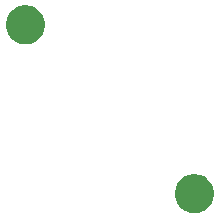
<source format=gbr>
G04 #@! TF.GenerationSoftware,KiCad,Pcbnew,(5.0.2)-1*
G04 #@! TF.CreationDate,2019-07-09T12:36:21+05:30*
G04 #@! TF.ProjectId,H-B-LED,482d422d-4c45-4442-9e6b-696361645f70,rev?*
G04 #@! TF.SameCoordinates,Original*
G04 #@! TF.FileFunction,Soldermask,Bot*
G04 #@! TF.FilePolarity,Negative*
%FSLAX46Y46*%
G04 Gerber Fmt 4.6, Leading zero omitted, Abs format (unit mm)*
G04 Created by KiCad (PCBNEW (5.0.2)-1) date 07/09/19 12:36:21*
%MOMM*%
%LPD*%
G01*
G04 APERTURE LIST*
%ADD10C,0.100000*%
G04 APERTURE END LIST*
D10*
G36*
X30525256Y-29541298D02*
X30631579Y-29562447D01*
X30932042Y-29686903D01*
X31198852Y-29865180D01*
X31202454Y-29867587D01*
X31432413Y-30097546D01*
X31613098Y-30367960D01*
X31737553Y-30668422D01*
X31801000Y-30987389D01*
X31801000Y-31312611D01*
X31737553Y-31631578D01*
X31613098Y-31932040D01*
X31432413Y-32202454D01*
X31202454Y-32432413D01*
X31202451Y-32432415D01*
X30932042Y-32613097D01*
X30631579Y-32737553D01*
X30525256Y-32758702D01*
X30312611Y-32801000D01*
X29987389Y-32801000D01*
X29774744Y-32758702D01*
X29668421Y-32737553D01*
X29367958Y-32613097D01*
X29097549Y-32432415D01*
X29097546Y-32432413D01*
X28867587Y-32202454D01*
X28686902Y-31932040D01*
X28562447Y-31631578D01*
X28499000Y-31312611D01*
X28499000Y-30987389D01*
X28562447Y-30668422D01*
X28686902Y-30367960D01*
X28867587Y-30097546D01*
X29097546Y-29867587D01*
X29101148Y-29865180D01*
X29367958Y-29686903D01*
X29668421Y-29562447D01*
X29774744Y-29541298D01*
X29987389Y-29499000D01*
X30312611Y-29499000D01*
X30525256Y-29541298D01*
X30525256Y-29541298D01*
G37*
G36*
X16215256Y-15241298D02*
X16321579Y-15262447D01*
X16622042Y-15386903D01*
X16888852Y-15565180D01*
X16892454Y-15567587D01*
X17122413Y-15797546D01*
X17303098Y-16067960D01*
X17427553Y-16368422D01*
X17491000Y-16687389D01*
X17491000Y-17012611D01*
X17427553Y-17331578D01*
X17303098Y-17632040D01*
X17122413Y-17902454D01*
X16892454Y-18132413D01*
X16892451Y-18132415D01*
X16622042Y-18313097D01*
X16321579Y-18437553D01*
X16215256Y-18458702D01*
X16002611Y-18501000D01*
X15677389Y-18501000D01*
X15464744Y-18458702D01*
X15358421Y-18437553D01*
X15057958Y-18313097D01*
X14787549Y-18132415D01*
X14787546Y-18132413D01*
X14557587Y-17902454D01*
X14376902Y-17632040D01*
X14252447Y-17331578D01*
X14189000Y-17012611D01*
X14189000Y-16687389D01*
X14252447Y-16368422D01*
X14376902Y-16067960D01*
X14557587Y-15797546D01*
X14787546Y-15567587D01*
X14791148Y-15565180D01*
X15057958Y-15386903D01*
X15358421Y-15262447D01*
X15464744Y-15241298D01*
X15677389Y-15199000D01*
X16002611Y-15199000D01*
X16215256Y-15241298D01*
X16215256Y-15241298D01*
G37*
M02*

</source>
